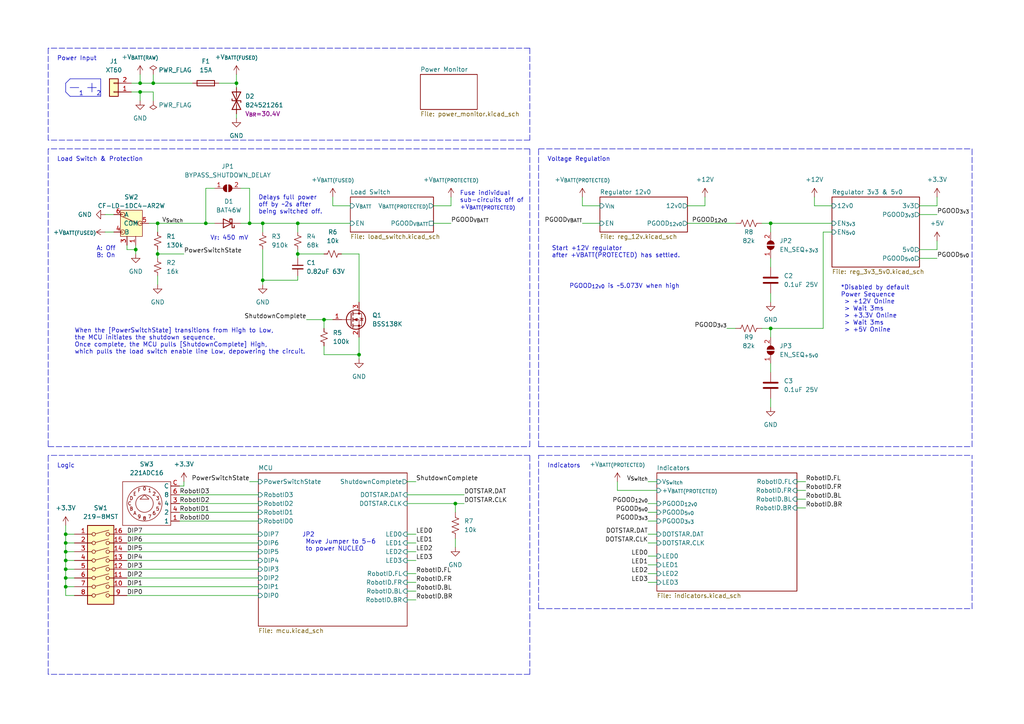
<source format=kicad_sch>
(kicad_sch (version 20211123) (generator eeschema)
  (paper "A4")
  (title_block (title "Bodge Control") (date "2022-12-07") (rev "1.0.0") (company "The A-Team (RC SSL)") (comment 1 "W. Stuckey & R. Osawa"))
  (lib_symbols
    (symbol "AT-Supplies:+V_{BATT(FUSED)}" (power) (pin_names (offset 0)) (in_bom no) (on_board no)
      (property "Value" "+V_{BATT(FUSED)}" (at 0 5.08 0))
      (symbol "+V_{BATT(FUSED)}_0_1"
        (polyline (pts (xy -0.76 1.27) (xy 0.002 2.54)))
        (polyline (pts (xy 0.002 0) (xy 0.002 2.54)))
        (polyline (pts (xy 0.002 2.54) (xy 0.764 1.27)))
      )
      (symbol "+V_{BATT(FUSED)}_1_1"
        (pin power_in line (at 0 0 90) (length 0) hide (name "+V_{BATT(FUSED)}") (number "1"))
      )
    )
    (symbol "AT-Supplies:+V_{BATT(PROTECTED)}" (power) (pin_names (offset 0)) (in_bom no) (on_board no)
      (property "Value" "+V_{BATT(PROTECTED)}" (at 0 5.08 0))
      (symbol "+V_{BATT(PROTECTED)}_0_1"
        (polyline (pts (xy -0.76 1.27) (xy 0.002 2.54)))
        (polyline (pts (xy 0.002 0) (xy 0.002 2.54)))
        (polyline (pts (xy 0.002 2.54) (xy 0.764 1.27)))
      )
      (symbol "+V_{BATT(PROTECTED)}_1_1"
        (pin power_in line (at 0 0 90) (length 0) hide (name "+V_{BATT(PROTECTED)}") (number "1"))
      )
    )
    (symbol "AT-Supplies:+V_{BATT(RAW)}" (power) (pin_names (offset 0)) (in_bom no) (on_board no)
      (property "Value" "+V_{BATT(RAW)}" (at 0 5.08 0))
      (symbol "+V_{BATT(RAW)}_0_1"
        (polyline (pts (xy -0.76 1.27) (xy 0.002 2.54)))
        (polyline (pts (xy 0.002 0) (xy 0.002 2.54)))
        (polyline (pts (xy 0.002 2.54) (xy 0.764 1.27)))
      )
      (symbol "+V_{BATT(RAW)}_1_1"
        (pin power_in line (at 0 0 90) (length 0) hide (name "+V_{BATT(RAW)}") (number "1"))
      )
    )
    (symbol "AT-Switches:221ADC16"
      (property "Reference" "SW" (at 0 10.16 0))
      (property "Value" "221ADC16" (at 0 7.62 0))
      (symbol "221ADC16_0_0"
        (polyline (pts (xy -1.27 1.27) (xy 1.27 1.27) (xy 0 2.54) (xy -1.27 1.27)))
        (circle (center 0 0) (radius 2.54))
        (text "0" (at 0 4.318 0) (effects (font (size 1 1))))
        (text "1" (at 1.524 3.81 0) (effects (font (size 1 1))))
        (text "2" (at 2.794 2.794 0) (effects (font (size 1 1))))
        (text "3" (at 3.81 1.524 0) (effects (font (size 1 1))))
        (text "4" (at 4.318 0 0) (effects (font (size 1 1))))
        (text "5" (at 3.81 -1.524 0) (effects (font (size 1 1))))
        (text "6" (at 2.794 -2.794 0) (effects (font (size 1 1))))
        (text "7" (at 1.524 -3.81 0) (effects (font (size 1 1))))
        (text "8" (at 0 -4.318 0) (effects (font (size 1 1))))
        (text "9" (at -1.524 -3.81 0) (effects (font (size 1 1))))
        (text "A" (at -2.794 -2.794 0) (effects (font (size 1 1))))
        (text "B" (at -3.81 -1.524 0) (effects (font (size 1 1))))
        (text "C" (at -4.318 0 0) (effects (font (size 1 1))))
        (text "D" (at -3.81 1.524 0) (effects (font (size 1 1))))
        (text "E" (at -2.794 2.794 0) (effects (font (size 1 1))))
        (text "F" (at -1.524 3.81 0) (effects (font (size 1 1))))
      )
      (symbol "221ADC16_0_1"
        (rectangle (start -6.35 6.35) (end 7.62 -6.35))
        (circle (center 0 0) (radius 5.08))
      )
      (symbol "221ADC16_1_1"
        (pin passive line (at 10.16 -5.08 180) (length 2.54) (name "1") (number "1"))
        (pin passive line (at 10.16 0 180) (length 2.54) (name "4") (number "3"))
        (pin passive line (at 10.16 -2.54 180) (length 2.54) (name "2") (number "4"))
        (pin passive line (at 10.16 2.54 180) (length 2.54) (name "8") (number "6"))
        (pin passive line (at 10.16 5.08 180) (length 2.54) (name "C") (number "C"))
      )
    )
    (symbol "AT-Switches:SPDT_CF-LD"
      (property "Reference" "SW" (at 0 5.08 0))
      (property "Value" "SPDT_CF-LD" (at 7.62 -5.08 0))
      (symbol "SPDT_CF-LD_0_1"
        (rectangle (start -3.175 3.81) (end 3.175 -3.81) (stroke (width 0.1524)) (fill (type background)))
        (circle (center -2.54 0) (radius 0.635) (stroke (width 0.1524)))
        (polyline (pts (xy -1.905 0) (xy 2.54 1.905)))
        (circle (center 2.54 -2.54) (radius 0.635) (stroke (width 0.1524)))
        (circle (center 2.54 2.54) (radius 0.635) (stroke (width 0.1524)))
      )
      (symbol "SPDT_CF-LD_1_1"
        (pin passive line (at -1.27 -6.35 90) (length 2.54) (name "") (number "1"))
        (pin passive line (at 1.27 -6.35 90) (length 2.54) (name "") (number "3"))
        (pin passive line (at 5.08 -2.54 180) (length 2.54) (name "B") (number "4"))
        (pin passive line (at -5.08 0 0) (length 2.54) (name "COM") (number "5"))
        (pin passive line (at 5.08 2.54 180) (length 2.54) (name "A") (number "6"))
      )
    )
    (symbol "Connector_Generic:Conn_01x02" (pin_names (offset 1.016) hide)
      (property "Reference" "J" (at 0 2.54 0))
      (property "Value" "Conn_01x02" (at 0 -5.08 0))
      (symbol "Conn_01x02_1_1"
        (rectangle (start -1.27 -2.413) (end 0 -2.667) (stroke (width 0.1524)))
        (rectangle (start -1.27 0.127) (end 0 -0.127) (stroke (width 0.1524)))
        (rectangle (start -1.27 1.27) (end 1.27 -3.81) (stroke (width 0.254)) (fill (type background)))
        (pin passive line (at -5.08 0 0) (length 3.81) (name "Pin_1") (number "1"))
        (pin passive line (at -5.08 -2.54 0) (length 3.81) (name "Pin_2") (number "2"))
      )
    )
    (symbol "Device:C" (pin_numbers hide) (pin_names (offset 0.254))
      (property "Reference" "C" (at 0.635 2.54 0))
      (property "Value" "C" (at 0.635 -2.54 0))
      (symbol "C_0_1"
        (polyline (pts (xy -2.032 -0.762) (xy 2.032 -0.762)) (stroke (width 0.508)))
        (polyline (pts (xy -2.032 0.762) (xy 2.032 0.762)) (stroke (width 0.508)))
      )
      (symbol "C_1_1"
        (pin passive line (at 0 3.81 270) (length 2.794) (name "~") (number "1"))
        (pin passive line (at 0 -3.81 90) (length 2.794) (name "~") (number "2"))
      )
    )
    (symbol "Device:C_Small" (pin_numbers hide) (pin_names (offset 0.254) hide)
      (property "Reference" "C" (at 0.254 1.778 0))
      (property "Value" "C_Small" (at 0.254 -2.032 0))
      (symbol "C_Small_0_1"
        (polyline (pts (xy -1.524 -0.508) (xy 1.524 -0.508)) (stroke (width 0.3302)))
        (polyline (pts (xy -1.524 0.508) (xy 1.524 0.508)) (stroke (width 0.3048)))
      )
      (symbol "C_Small_1_1"
        (pin passive line (at 0 2.54 270) (length 2.032) (name "~") (number "1"))
        (pin passive line (at 0 -2.54 90) (length 2.032) (name "~") (number "2"))
      )
    )
    (symbol "Device:D_Schottky" (pin_numbers hide) (pin_names (offset 1.016) hide)
      (property "Reference" "D" (at 0 2.54 0))
      (property "Value" "D_Schottky" (at 0 -2.54 0))
      (symbol "D_Schottky_0_1"
        (polyline (pts (xy 1.27 0) (xy -1.27 0)))
        (polyline (pts (xy 1.27 1.27) (xy 1.27 -1.27) (xy -1.27 0) (xy 1.27 1.27)) (stroke (width 0.254)))
        (polyline (pts (xy -1.905 0.635) (xy -1.905 1.27) (xy -1.27 1.27) (xy -1.27 -1.27) (xy -0.635 -1.27) (xy -0.635 -0.635)) (stroke (width 0.254)))
      )
      (symbol "D_Schottky_1_1"
        (pin passive line (at -3.81 0 0) (length 2.54) (name "K") (number "1"))
        (pin passive line (at 3.81 0 180) (length 2.54) (name "A") (number "2"))
      )
    )
    (symbol "Device:D_TVS" (pin_numbers hide) (pin_names (offset 1.016) hide)
      (property "Reference" "D" (at 0 2.54 0))
      (property "Value" "D_TVS" (at 0 -2.54 0))
      (symbol "D_TVS_0_1"
        (polyline (pts (xy 1.27 0) (xy -1.27 0)))
        (polyline (pts (xy 0.508 1.27) (xy 0 1.27) (xy 0 -1.27) (xy -0.508 -1.27)) (stroke (width 0.254)))
        (polyline (pts (xy -2.54 1.27) (xy -2.54 -1.27) (xy 2.54 1.27) (xy 2.54 -1.27) (xy -2.54 1.27)) (stroke (width 0.254)))
      )
      (symbol "D_TVS_1_1"
        (pin passive line (at -3.81 0 0) (length 2.54) (name "A1") (number "1"))
        (pin passive line (at 3.81 0 180) (length 2.54) (name "A2") (number "2"))
      )
    )
    (symbol "Device:Fuse" (pin_numbers hide) (pin_names (offset 0))
      (property "Reference" "F" (at 2.032 0 90))
      (property "Value" "Fuse" (at -1.905 0 90))
      (symbol "Fuse_0_1"
        (rectangle (start -0.762 -2.54) (end 0.762 2.54) (stroke (width 0.254)))
        (polyline (pts (xy 0 2.54) (xy 0 -2.54)))
      )
      (symbol "Fuse_1_1"
        (pin passive line (at 0 3.81 270) (length 1.27) (name "~") (number "1"))
        (pin passive line (at 0 -3.81 90) (length 1.27) (name "~") (number "2"))
      )
    )
    (symbol "Device:Q_NMOS_GSD" (pin_names (offset 0) hide)
      (property "Reference" "Q" (at 5.08 1.27 0))
      (property "Value" "Q_NMOS_GSD" (at 5.08 -1.27 0))
      (symbol "Q_NMOS_GSD_0_1"
        (polyline (pts (xy 0.254 0) (xy -2.54 0)))
        (polyline (pts (xy 0.254 1.905) (xy 0.254 -1.905)) (stroke (width 0.254)))
        (polyline (pts (xy 0.762 -1.27) (xy 0.762 -2.286)) (stroke (width 0.254)))
        (polyline (pts (xy 0.762 0.508) (xy 0.762 -0.508)) (stroke (width 0.254)))
        (polyline (pts (xy 0.762 2.286) (xy 0.762 1.27)) (stroke (width 0.254)))
        (polyline (pts (xy 2.54 2.54) (xy 2.54 1.778)))
        (polyline (pts (xy 2.54 -2.54) (xy 2.54 0) (xy 0.762 0)))
        (polyline (pts (xy 0.762 -1.778) (xy 3.302 -1.778) (xy 3.302 1.778) (xy 0.762 1.778)))
        (polyline (pts (xy 1.016 0) (xy 2.032 0.381) (xy 2.032 -0.381) (xy 1.016 0)) (fill (type outline)))
        (polyline (pts (xy 2.794 0.508) (xy 2.921 0.381) (xy 3.683 0.381) (xy 3.81 0.254)))
        (polyline (pts (xy 3.302 0.381) (xy 2.921 -0.254) (xy 3.683 -0.254) (xy 3.302 0.381)))
        (circle (center 1.651 0) (radius 2.794) (stroke (width 0.254)))
        (circle (center 2.54 -1.778) (radius 0.254) (fill (type outline)))
        (circle (center 2.54 1.778) (radius 0.254) (fill (type outline)))
      )
      (symbol "Q_NMOS_GSD_1_1"
        (pin input line (at -5.08 0 0) (length 2.54) (name "G") (number "1"))
        (pin passive line (at 2.54 -5.08 90) (length 2.54) (name "S") (number "2"))
        (pin passive line (at 2.54 5.08 270) (length 2.54) (name "D") (number "3"))
      )
    )
    (symbol "Device:R_Small_US" (pin_numbers hide) (pin_names (offset 0.254) hide)
      (property "Reference" "R" (at 0.762 0.508 0))
      (property "Value" "R_Small_US" (at 0.762 -1.016 0))
      (symbol "R_Small_US_1_1"
        (polyline (pts (xy 0 0) (xy 1.016 -0.381) (xy 0 -0.762) (xy -1.016 -1.143) (xy 0 -1.524)))
        (polyline (pts (xy 0 1.524) (xy 1.016 1.143) (xy 0 0.762) (xy -1.016 0.381) (xy 0 0)))
        (pin passive line (at 0 2.54 270) (length 1.016) (name "~") (number "1"))
        (pin passive line (at 0 -2.54 90) (length 1.016) (name "~") (number "2"))
      )
    )
    (symbol "Device:R_US" (pin_numbers hide) (pin_names (offset 0))
      (property "Reference" "R" (at 2.54 0 90))
      (property "Value" "R_US" (at -2.54 0 90))
      (symbol "R_US_0_1"
        (polyline (pts (xy 0 -2.286) (xy 0 -2.54)))
        (polyline (pts (xy 0 2.286) (xy 0 2.54)))
        (polyline (pts (xy 0 -0.762) (xy 1.016 -1.143) (xy 0 -1.524) (xy -1.016 -1.905) (xy 0 -2.286)))
        (polyline (pts (xy 0 0.762) (xy 1.016 0.381) (xy 0 0) (xy -1.016 -0.381) (xy 0 -0.762)))
        (polyline (pts (xy 0 2.286) (xy 1.016 1.905) (xy 0 1.524) (xy -1.016 1.143) (xy 0 0.762)))
      )
      (symbol "R_US_1_1"
        (pin passive line (at 0 3.81 270) (length 1.27) (name "~") (number "1"))
        (pin passive line (at 0 -3.81 90) (length 1.27) (name "~") (number "2"))
      )
    )
    (symbol "Jumper:SolderJumper_2_Open" (pin_names (offset 0) hide)
      (property "Reference" "JP" (at 0 2.032 0))
      (property "Value" "SolderJumper_2_Open" (at 0 -2.54 0))
      (symbol "SolderJumper_2_Open_0_1"
        (arc (start -0.254 1.016) (mid -1.27 0) (end -0.254 -1.016))
        (arc (start -0.254 1.016) (mid -1.27 0) (end -0.254 -1.016) (fill (type outline)))
        (polyline (pts (xy -0.254 1.016) (xy -0.254 -1.016)))
        (polyline (pts (xy 0.254 1.016) (xy 0.254 -1.016)))
        (arc (start 0.254 -1.016) (mid 1.27 0) (end 0.254 1.016))
        (arc (start 0.254 -1.016) (mid 1.27 0) (end 0.254 1.016) (fill (type outline)))
      )
      (symbol "SolderJumper_2_Open_1_1"
        (pin passive line (at -3.81 0 0) (length 2.54) (name "A") (number "1"))
        (pin passive line (at 3.81 0 180) (length 2.54) (name "B") (number "2"))
      )
    )
    (symbol "Switch:SW_DIP_x08" (pin_names (offset 0) hide)
      (property "Reference" "SW" (at 0 13.97 0))
      (property "Value" "SW_DIP_x08" (at 0 -11.43 0))
      (symbol "SW_DIP_x08_0_0"
        (circle (center -2.032 -7.62) (radius 0.508))
        (circle (center -2.032 -5.08) (radius 0.508))
        (circle (center -2.032 -2.54) (radius 0.508))
        (circle (center -2.032 0) (radius 0.508))
        (circle (center -2.032 2.54) (radius 0.508))
        (circle (center -2.032 5.08) (radius 0.508))
        (circle (center -2.032 7.62) (radius 0.508))
        (circle (center -2.032 10.16) (radius 0.508))
        (polyline (pts (xy -1.524 -7.4676) (xy 2.3622 -6.4262)))
        (polyline (pts (xy -1.524 -4.9276) (xy 2.3622 -3.8862)))
        (polyline (pts (xy -1.524 -2.3876) (xy 2.3622 -1.3462)))
        (polyline (pts (xy -1.524 0.127) (xy 2.3622 1.1684)))
        (polyline (pts (xy -1.524 2.667) (xy 2.3622 3.7084)))
        (polyline (pts (xy -1.524 5.207) (xy 2.3622 6.2484)))
        (polyline (pts (xy -1.524 7.747) (xy 2.3622 8.7884)))
        (polyline (pts (xy -1.524 10.287) (xy 2.3622 11.3284)))
        (circle (center 2.032 -7.62) (radius 0.508))
        (circle (center 2.032 -5.08) (radius 0.508))
        (circle (center 2.032 -2.54) (radius 0.508))
        (circle (center 2.032 0) (radius 0.508))
        (circle (center 2.032 2.54) (radius 0.508))
        (circle (center 2.032 5.08) (radius 0.508))
        (circle (center 2.032 7.62) (radius 0.508))
        (circle (center 2.032 10.16) (radius 0.508))
      )
      (symbol "SW_DIP_x08_0_1"
        (rectangle (start -3.81 12.7) (end 3.81 -10.16) (stroke (width 0.254)) (fill (type background)))
      )
      (symbol "SW_DIP_x08_1_1"
        (pin passive line (at -7.62 10.16 0) (length 5.08) (name "~") (number "1"))
        (pin passive line (at 7.62 -5.08 180) (length 5.08) (name "~") (number "10"))
        (pin passive line (at 7.62 -2.54 180) (length 5.08) (name "~") (number "11"))
        (pin passive line (at 7.62 0 180) (length 5.08) (name "~") (number "12"))
        (pin passive line (at 7.62 2.54 180) (length 5.08) (name "~") (number "13"))
        (pin passive line (at 7.62 5.08 180) (length 5.08) (name "~") (number "14"))
        (pin passive line (at 7.62 7.62 180) (length 5.08) (name "~") (number "15"))
        (pin passive line (at 7.62 10.16 180) (length 5.08) (name "~") (number "16"))
        (pin passive line (at -7.62 7.62 0) (length 5.08) (name "~") (number "2"))
        (pin passive line (at -7.62 5.08 0) (length 5.08) (name "~") (number "3"))
        (pin passive line (at -7.62 2.54 0) (length 5.08) (name "~") (number "4"))
        (pin passive line (at -7.62 0 0) (length 5.08) (name "~") (number "5"))
        (pin passive line (at -7.62 -2.54 0) (length 5.08) (name "~") (number "6"))
        (pin passive line (at -7.62 -5.08 0) (length 5.08) (name "~") (number "7"))
        (pin passive line (at -7.62 -7.62 0) (length 5.08) (name "~") (number "8"))
        (pin passive line (at 7.62 -7.62 180) (length 5.08) (name "~") (number "9"))
      )
    )
    (symbol "power:+12V" (power) (pin_names (offset 0))
      (property "Value" "+12V" (at 0 3.556 0))
      (symbol "+12V_0_1"
        (polyline (pts (xy -0.762 1.27) (xy 0 2.54)))
        (polyline (pts (xy 0 0) (xy 0 2.54)))
        (polyline (pts (xy 0 2.54) (xy 0.762 1.27)))
      )
      (symbol "+12V_1_1"
        (pin power_in line (at 0 0 90) (length 0) hide (name "+12V") (number "1"))
      )
    )
    (symbol "power:+3.3V" (power) (pin_names (offset 0))
      (property "Value" "+3.3V" (at 0 3.556 0))
      (symbol "+3.3V_0_1"
        (polyline (pts (xy -0.762 1.27) (xy 0 2.54)))
        (polyline (pts (xy 0 0) (xy 0 2.54)))
        (polyline (pts (xy 0 2.54) (xy 0.762 1.27)))
      )
      (symbol "+3.3V_1_1"
        (pin power_in line (at 0 0 90) (length 0) hide (name "+3.3V") (number "1"))
      )
    )
    (symbol "power:+5V" (power) (pin_names (offset 0))
      (property "Value" "+5V" (at 0 3.556 0))
      (symbol "+5V_0_1"
        (polyline (pts (xy -0.762 1.27) (xy 0 2.54)))
        (polyline (pts (xy 0 0) (xy 0 2.54)))
        (polyline (pts (xy 0 2.54) (xy 0.762 1.27)))
      )
      (symbol "+5V_1_1"
        (pin power_in line (at 0 0 90) (length 0) hide (name "+5V") (number "1"))
      )
    )
    (symbol "power:GND" (power) (pin_names (offset 0))
      (property "Value" "GND" (at 0 -3.81 0))
      (symbol "GND_0_1"
        (polyline (pts (xy 0 0) (xy 0 -1.27) (xy 1.27 -1.27) (xy 0 -2.54) (xy -1.27 -1.27) (xy 0 -1.27)))
      )
      (symbol "GND_1_1"
        (pin power_in line (at 0 0 270) (length 0) hide (name "GND") (number "1"))
      )
    )
    (symbol "power:PWR_FLAG" (power) (pin_numbers hide) (pin_names (offset 0) hide)
      (property "Value" "PWR_FLAG" (at 0 3.81 0))
      (symbol "PWR_FLAG_0_0"
        (pin power_out line (at 0 0 90) (length 0) (name "pwr") (number "1"))
      )
      (symbol "PWR_FLAG_0_1"
        (polyline (pts (xy 0 0) (xy 0 1.27) (xy -1.016 1.905) (xy 0 2.54) (xy 1.016 1.905) (xy 0 1.27)))
      )
    )
  )
  (junction (at 19.05 165.1))
  (junction (at 40.64 24.13))
  (junction (at 45.72 73.66))
  (junction (at 72.39 64.77))
  (junction (at 68.58 24.13))
  (junction (at 39.37 72.39))
  (junction (at 19.05 167.64))
  (junction (at 76.2 64.77))
  (junction (at 40.64 26.67))
  (junction (at 19.05 170.18))
  (junction (at 76.2 81.28))
  (junction (at 44.45 24.13))
  (junction (at 19.05 157.48))
  (junction (at 104.14 102.87))
  (junction (at 59.69 64.77))
  (junction (at 93.98 92.71))
  (junction (at 132.08 146.05))
  (junction (at 223.52 95.25))
  (junction (at 86.36 73.66))
  (junction (at 45.72 64.77))
  (junction (at 223.52 64.77))
  (junction (at 19.05 162.56))
  (junction (at 19.05 154.94))
  (junction (at 86.36 64.77))
  (junction (at 19.05 160.02))
  (wire (pts (xy 231.14 144.78) (xy 233.68 144.78)))
  (wire (pts (xy 55.88 24.13) (xy 44.45 24.13)))
  (wire (pts (xy 236.22 59.69) (xy 241.3 59.69)))
  (wire (pts (xy 125.73 59.69) (xy 130.81 59.69)))
  (wire (pts (xy 199.39 64.77) (xy 213.36 64.77)))
  (polyline (pts (xy 281.94 176.53) (xy 281.94 132.08)) (stroke (width 0) (type dash)))
  (wire (pts (xy 118.11 166.37) (xy 120.65 166.37)))
  (polyline (pts (xy 153.67 13.97) (xy 153.67 40.64)) (stroke (width 0) (type dash)))
  (wire (pts (xy 118.11 162.56) (xy 120.65 162.56)))
  (wire (pts (xy 53.34 139.7) (xy 53.34 140.97)))
  (wire (pts (xy 220.98 95.25) (xy 223.52 95.25)))
  (wire (pts (xy 104.14 102.87) (xy 104.14 104.14)))
  (wire (pts (xy 223.52 64.77) (xy 223.52 67.31)))
  (polyline (pts (xy 29.21 22.86) (xy 20.32 22.86)) (stroke (width 0) (type solid)))
  (wire (pts (xy 45.72 73.66) (xy 45.72 74.93)))
  (polyline (pts (xy 153.67 43.18) (xy 13.97 43.18)) (stroke (width 0) (type dash)))
  (wire (pts (xy 36.83 157.48) (xy 74.93 157.48)))
  (wire (pts (xy 266.7 62.23) (xy 271.78 62.23)))
  (wire (pts (xy 190.5 161.29) (xy 187.96 161.29)))
  (wire (pts (xy 190.5 157.48) (xy 187.96 157.48)))
  (wire (pts (xy 43.18 64.77) (xy 45.72 64.77)))
  (wire (pts (xy 19.05 172.72) (xy 21.59 172.72)))
  (polyline (pts (xy 19.05 26.67) (xy 20.32 27.94)) (stroke (width 0) (type solid)))
  (wire (pts (xy 40.64 21.59) (xy 40.64 24.13)))
  (polyline (pts (xy 156.21 129.54) (xy 156.21 43.18)) (stroke (width 0) (type dash)))
  (wire (pts (xy 223.52 64.77) (xy 241.3 64.77)))
  (wire (pts (xy 199.39 59.69) (xy 204.47 59.69)))
  (wire (pts (xy 104.14 73.66) (xy 104.14 87.63)))
  (wire (pts (xy 36.83 170.18) (xy 74.93 170.18)))
  (wire (pts (xy 86.36 73.66) (xy 86.36 74.93)))
  (polyline (pts (xy 153.67 13.97) (xy 13.97 13.97)) (stroke (width 0) (type dash)))
  (wire (pts (xy 187.96 146.05) (xy 190.5 146.05)))
  (wire (pts (xy 210.82 95.25) (xy 213.36 95.25)))
  (wire (pts (xy 118.11 173.99) (xy 120.65 173.99)))
  (wire (pts (xy 68.58 21.59) (xy 68.58 24.13)))
  (wire (pts (xy 19.05 154.94) (xy 21.59 154.94)))
  (wire (pts (xy 30.48 67.31) (xy 33.02 67.31)))
  (polyline (pts (xy 156.21 43.18) (xy 281.94 43.18)) (stroke (width 0) (type dash)))
  (wire (pts (xy 266.7 74.93) (xy 271.78 74.93)))
  (polyline (pts (xy 13.97 13.97) (xy 13.97 40.64)) (stroke (width 0) (type dash)))
  (polyline (pts (xy 156.21 129.54) (xy 281.94 129.54)) (stroke (width 0) (type dash)))
  (wire (pts (xy 38.1 24.13) (xy 40.64 24.13)))
  (wire (pts (xy 52.07 146.05) (xy 74.93 146.05)))
  (wire (pts (xy 86.36 72.39) (xy 86.36 73.66)))
  (wire (pts (xy 104.14 97.79) (xy 104.14 102.87)))
  (wire (pts (xy 231.14 139.7) (xy 233.68 139.7)))
  (wire (pts (xy 266.7 59.69) (xy 271.78 59.69)))
  (wire (pts (xy 19.05 160.02) (xy 21.59 160.02)))
  (wire (pts (xy 93.98 100.33) (xy 93.98 102.87)))
  (wire (pts (xy 86.36 73.66) (xy 93.98 73.66)))
  (wire (pts (xy 187.96 151.13) (xy 190.5 151.13)))
  (wire (pts (xy 204.47 57.15) (xy 204.47 59.69)))
  (wire (pts (xy 36.83 160.02) (xy 74.93 160.02)))
  (wire (pts (xy 44.45 29.21) (xy 44.45 26.67)))
  (wire (pts (xy 69.85 64.77) (xy 72.39 64.77)))
  (wire (pts (xy 45.72 80.01) (xy 45.72 82.55)))
  (wire (pts (xy 36.83 167.64) (xy 74.93 167.64)))
  (wire (pts (xy 44.45 21.59) (xy 44.45 24.13)))
  (wire (pts (xy 231.14 142.24) (xy 233.68 142.24)))
  (wire (pts (xy 36.83 162.56) (xy 74.93 162.56)))
  (wire (pts (xy 36.83 172.72) (xy 74.93 172.72)))
  (wire (pts (xy 30.48 62.23) (xy 33.02 62.23)))
  (polyline (pts (xy 153.67 40.64) (xy 13.97 40.64)) (stroke (width 0) (type dash)))
  (wire (pts (xy 19.05 160.02) (xy 19.05 162.56)))
  (wire (pts (xy 38.1 26.67) (xy 40.64 26.67)))
  (wire (pts (xy 76.2 81.28) (xy 86.36 81.28)))
  (polyline (pts (xy 13.97 195.58) (xy 13.97 132.08)) (stroke (width 0) (type dash)))
  (wire (pts (xy 40.64 26.67) (xy 40.64 29.21)))
  (wire (pts (xy 62.23 54.61) (xy 59.69 54.61)))
  (wire (pts (xy 168.91 64.77) (xy 173.99 64.77)))
  (wire (pts (xy 69.85 54.61) (xy 72.39 54.61)))
  (wire (pts (xy 190.5 142.24) (xy 179.07 142.24)))
  (wire (pts (xy 223.52 74.93) (xy 223.52 77.47)))
  (wire (pts (xy 223.52 85.09) (xy 223.52 87.63)))
  (polyline (pts (xy 13.97 129.54) (xy 153.67 129.54)) (stroke (width 0) (type dash)))
  (wire (pts (xy 63.5 24.13) (xy 68.58 24.13)))
  (polyline (pts (xy 156.21 176.53) (xy 156.21 132.08)) (stroke (width 0) (type dash)))
  (wire (pts (xy 118.11 154.94) (xy 120.65 154.94)))
  (wire (pts (xy 39.37 71.12) (xy 39.37 72.39)))
  (polyline (pts (xy 22.86 25.4) (xy 20.32 25.4)) (stroke (width 0) (type solid)))
  (wire (pts (xy 223.52 95.25) (xy 223.52 97.79)))
  (wire (pts (xy 130.81 57.15) (xy 130.81 59.69)))
  (wire (pts (xy 40.64 24.13) (xy 44.45 24.13)))
  (wire (pts (xy 96.52 57.15) (xy 96.52 59.69)))
  (wire (pts (xy 99.06 73.66) (xy 104.14 73.66)))
  (wire (pts (xy 238.76 67.31) (xy 238.76 95.25)))
  (wire (pts (xy 271.78 72.39) (xy 271.78 69.85)))
  (wire (pts (xy 93.98 92.71) (xy 96.52 92.71)))
  (wire (pts (xy 118.11 160.02) (xy 120.65 160.02)))
  (polyline (pts (xy 26.67 24.13) (xy 26.67 26.67)) (stroke (width 0) (type solid)))
  (wire (pts (xy 59.69 64.77) (xy 62.23 64.77)))
  (wire (pts (xy 168.91 59.69) (xy 173.99 59.69)))
  (polyline (pts (xy 153.67 195.58) (xy 13.97 195.58)) (stroke (width 0) (type dash)))
  (polyline (pts (xy 153.67 195.58) (xy 153.67 132.08)) (stroke (width 0) (type dash)))
  (wire (pts (xy 36.83 154.94) (xy 74.93 154.94)))
  (polyline (pts (xy 29.21 27.94) (xy 20.32 27.94)) (stroke (width 0) (type solid)))
  (polyline (pts (xy 20.32 22.86) (xy 19.05 24.13)) (stroke (width 0) (type solid)))
  (wire (pts (xy 132.08 146.05) (xy 134.62 146.05)))
  (wire (pts (xy 19.05 162.56) (xy 21.59 162.56)))
  (wire (pts (xy 118.11 139.7) (xy 120.65 139.7)))
  (wire (pts (xy 36.83 72.39) (xy 39.37 72.39)))
  (polyline (pts (xy 281.94 129.54) (xy 281.94 43.18)) (stroke (width 0) (type dash)))
  (wire (pts (xy 19.05 170.18) (xy 21.59 170.18)))
  (wire (pts (xy 40.64 26.67) (xy 44.45 26.67)))
  (wire (pts (xy 52.07 143.51) (xy 74.93 143.51)))
  (wire (pts (xy 45.72 73.66) (xy 53.34 73.66)))
  (wire (pts (xy 19.05 167.64) (xy 19.05 170.18)))
  (wire (pts (xy 39.37 72.39) (xy 39.37 73.66)))
  (wire (pts (xy 19.05 157.48) (xy 19.05 160.02)))
  (polyline (pts (xy 13.97 43.18) (xy 13.97 129.54)) (stroke (width 0) (type dash)))
  (wire (pts (xy 68.58 33.02) (xy 68.58 34.29)))
  (wire (pts (xy 190.5 166.37) (xy 187.96 166.37)))
  (wire (pts (xy 19.05 152.4) (xy 19.05 154.94)))
  (wire (pts (xy 19.05 154.94) (xy 19.05 157.48)))
  (wire (pts (xy 118.11 168.91) (xy 120.65 168.91)))
  (wire (pts (xy 223.52 115.57) (xy 223.52 118.11)))
  (wire (pts (xy 59.69 54.61) (xy 59.69 64.77)))
  (wire (pts (xy 187.96 139.7) (xy 190.5 139.7)))
  (wire (pts (xy 76.2 64.77) (xy 86.36 64.77)))
  (wire (pts (xy 72.39 139.7) (xy 74.93 139.7)))
  (wire (pts (xy 190.5 163.83) (xy 187.96 163.83)))
  (wire (pts (xy 236.22 57.15) (xy 236.22 59.69)))
  (wire (pts (xy 52.07 148.59) (xy 74.93 148.59)))
  (wire (pts (xy 19.05 162.56) (xy 19.05 165.1)))
  (wire (pts (xy 220.98 64.77) (xy 223.52 64.77)))
  (wire (pts (xy 271.78 59.69) (xy 271.78 57.15)))
  (polyline (pts (xy 29.21 22.86) (xy 29.21 27.94)) (stroke (width 0) (type solid)))
  (wire (pts (xy 86.36 64.77) (xy 86.36 67.31)))
  (wire (pts (xy 168.91 57.15) (xy 168.91 59.69)))
  (wire (pts (xy 132.08 156.21) (xy 132.08 158.75)))
  (wire (pts (xy 118.11 146.05) (xy 132.08 146.05)))
  (wire (pts (xy 36.83 165.1) (xy 74.93 165.1)))
  (wire (pts (xy 118.11 157.48) (xy 120.65 157.48)))
  (polyline (pts (xy 153.67 132.08) (xy 13.97 132.08)) (stroke (width 0) (type dash)))
  (wire (pts (xy 76.2 81.28) (xy 76.2 82.55)))
  (wire (pts (xy 231.14 147.32) (xy 233.68 147.32)))
  (wire (pts (xy 96.52 59.69) (xy 101.6 59.69)))
  (wire (pts (xy 179.07 142.24) (xy 179.07 139.7)))
  (wire (pts (xy 86.36 80.01) (xy 86.36 81.28)))
  (polyline (pts (xy 156.21 176.53) (xy 281.94 176.53)) (stroke (width 0) (type dash)))
  (wire (pts (xy 76.2 72.39) (xy 76.2 81.28)))
  (wire (pts (xy 241.3 67.31) (xy 238.76 67.31)))
  (wire (pts (xy 118.11 143.51) (xy 134.62 143.51)))
  (wire (pts (xy 72.39 64.77) (xy 76.2 64.77)))
  (wire (pts (xy 187.96 148.59) (xy 190.5 148.59)))
  (wire (pts (xy 72.39 54.61) (xy 72.39 64.77)))
  (polyline (pts (xy 27.94 25.4) (xy 25.4 25.4)) (stroke (width 0) (type solid)))
  (wire (pts (xy 93.98 92.71) (xy 93.98 95.25)))
  (wire (pts (xy 86.36 64.77) (xy 101.6 64.77)))
  (wire (pts (xy 45.72 72.39) (xy 45.72 73.66)))
  (wire (pts (xy 223.52 95.25) (xy 238.76 95.25)))
  (wire (pts (xy 19.05 165.1) (xy 21.59 165.1)))
  (wire (pts (xy 125.73 64.77) (xy 130.81 64.77)))
  (wire (pts (xy 132.08 146.05) (xy 132.08 148.59)))
  (wire (pts (xy 190.5 154.94) (xy 187.96 154.94)))
  (wire (pts (xy 52.07 140.97) (xy 53.34 140.97)))
  (polyline (pts (xy 153.67 129.54) (xy 153.67 43.18)) (stroke (width 0) (type dash)))
  (wire (pts (xy 45.72 64.77) (xy 59.69 64.77)))
  (wire (pts (xy 19.05 167.64) (xy 21.59 167.64)))
  (wire (pts (xy 118.11 171.45) (xy 120.65 171.45)))
  (wire (pts (xy 76.2 64.77) (xy 76.2 67.31)))
  (wire (pts (xy 19.05 170.18) (xy 19.05 172.72)))
  (wire (pts (xy 223.52 105.41) (xy 223.52 107.95)))
  (wire (pts (xy 52.07 151.13) (xy 74.93 151.13)))
  (polyline (pts (xy 19.05 24.13) (xy 19.05 26.67)) (stroke (width 0) (type solid)))
  (wire (pts (xy 19.05 165.1) (xy 19.05 167.64)))
  (wire (pts (xy 190.5 168.91) (xy 187.96 168.91)))
  (wire (pts (xy 88.9 92.71) (xy 93.98 92.71)))
  (wire (pts (xy 266.7 72.39) (xy 271.78 72.39)))
  (wire (pts (xy 19.05 157.48) (xy 21.59 157.48)))
  (polyline (pts (xy 156.21 132.08) (xy 281.94 132.08)) (stroke (width 0) (type dash)))
  (wire (pts (xy 36.83 71.12) (xy 36.83 72.39)))
  (wire (pts (xy 45.72 64.77) (xy 45.72 67.31)))
  (wire (pts (xy 93.98 102.87) (xy 104.14 102.87)))
  (wire (pts (xy 68.58 25.4) (xy 68.58 24.13)))
  (text "V_{F}: 450 mV" (at 60.96 69.85 0) (effects (font (size 1.27 1.27)) (justify left bottom)))
  (text "Fuse individual\nsub-circuits off of\n+V_{BATT(PROTECTED)}" (at 133.35 60.96 0) (effects (font (size 1.27 1.27)) (justify left bottom)))
  (text "Voltage Regulation" (at 158.75 46.99 0) (effects (font (size 1.27 1.27)) (justify left bottom)))
  (text "When the [PowerSwitchState] transitions from High to Low,\nthe MCU initiates the shutdown sequence.\nOnce complete, the MCU pulls [ShutdownComplete] High,\nwhich pulls the load switch enable line Low, depowering the circuit." (at 21.59 102.87 0) (effects (font (size 1.27 1.27)) (justify left bottom)))
  (text "A: Off\nB: On" (at 27.94 74.93 0) (effects (font (size 1.27 1.27)) (justify left bottom)))
  (text "Load Switch & Protection" (at 16.51 46.99 0) (effects (font (size 1.27 1.27)) (justify left bottom)))
  (text "JP2\n Move Jumper to 5-6\n to power NUCLEO" (at 87.63 160.02 0) (effects (font (size 1.27 1.27)) (justify left bottom)))
  (text "Indicators" (at 158.75 135.89 0) (effects (font (size 1.27 1.27)) (justify left bottom)))
  (text "PGOOD_{12v0} is ~5.073V when high" (at 165.1 83.82 0) (effects (font (size 1.27 1.27)) (justify left bottom)))
  (text "2" (at 27.94 27.94 0) (effects (font (size 1.27 1.27)) (justify left bottom)))
  (text "Start +12V regulator\nafter +VBATT(PROTECTED) has settled." (at 160.02 74.93 0) (effects (font (size 1.27 1.27)) (justify left bottom)))
  (text "1" (at 22.86 27.94 0) (effects (font (size 1.27 1.27)) (justify left bottom)))
  (text "Logic" (at 16.51 135.89 0) (effects (font (size 1.27 1.27)) (justify left bottom)))
  (text "*Disabled by default\nPower Sequence\n > +12V Online\n > Wait 3ms\n > +3.3V Online\n > Wait 3ms\n > +5V Online" (at 243.84 96.52 0) (effects (font (size 1.27 1.27)) (justify left bottom)))
  (text "Power Input" (at 16.51 17.78 0) (effects (font (size 1.27 1.27)) (justify left bottom)))
  (text "Delays full power\noff by ~2s after\nbeing switched off." (at 74.93 62.23 0) (effects (font (size 1.27 1.27)) (justify left bottom)))
  (label "RobotID.FL" (at 233.68 139.7 0))
  (label "ShutdownComplete" (at 120.65 139.7 0))
  (label "LED1" (at 187.96 163.83 180))
  (label "RobotID.FR" (at 233.68 142.24 0))
  (label "RobotID3" (at 52.07 143.51 0))
  (label "PowerSwitchState" (at 53.34 73.66 0))
  (label "PGOOD_{VBATT}" (at 130.81 64.77 0))
  (label "RobotID.BL" (at 233.68 144.78 0))
  (label "PGOOD_{3v3}" (at 187.96 151.13 180))
  (label "PGOOD_{12v0}" (at 187.96 146.05 180))
  (label "DIP5" (at 36.83 160.02 0))
  (label "V_{Switch}" (at 46.99 64.77 0))
  (label "DOTSTAR.CLK" (at 134.62 146.05 0))
  (label "DIP3" (at 36.83 165.1 0))
  (label "DIP6" (at 36.83 157.48 0))
  (label "RobotID.BR" (at 120.65 173.99 0))
  (label "DIP1" (at 36.83 170.18 0))
  (label "PGOOD_{5v0}" (at 187.96 148.59 180))
  (label "DIP7" (at 36.83 154.94 0))
  (label "LED2" (at 187.96 166.37 180))
  (label "LED3" (at 120.65 162.56 0))
  (label "LED2" (at 120.65 160.02 0))
  (label "LED0" (at 187.96 161.29 180))
  (label "RobotID2" (at 52.07 146.05 0))
  (label "DIP0" (at 36.83 172.72 0))
  (label "RobotID.FR" (at 120.65 168.91 0))
  (label "DOTSTAR.CLK" (at 187.96 157.48 180))
  (label "RobotID.BL" (at 120.65 171.45 0))
  (label "ShutdownComplete" (at 88.9 92.71 180))
  (label "V_{Switch}" (at 187.96 139.7 180))
  (label "PGOOD_{5v0}" (at 271.78 74.93 0))
  (label "RobotID0" (at 52.07 151.13 0))
  (label "DOTSTAR.DAT" (at 187.96 154.94 180))
  (label "RobotID.FL" (at 120.65 166.37 0))
  (label "PGOOD_{3v3}" (at 271.78 62.23 0))
  (label "PGOOD_{3v3}" (at 210.82 95.25 180))
  (label "DIP2" (at 36.83 167.64 0))
  (label "LED0" (at 120.65 154.94 0))
  (label "DOTSTAR.DAT" (at 134.62 143.51 0))
  (label "PGOOD_{12v0}" (at 200.66 64.77 0))
  (label "PowerSwitchState" (at 72.39 139.7 180))
  (label "RobotID.BR" (at 233.68 147.32 0))
  (label "PGOOD_{VBATT}" (at 168.91 64.77 180))
  (label "LED1" (at 120.65 157.48 0))
  (label "DIP4" (at 36.83 162.56 0))
  (label "RobotID1" (at 52.07 148.59 0))
  (label "LED3" (at 187.96 168.91 180))
  (symbol (lib_id "AT-Supplies:+V_{BATT(FUSED)}") (at 30.48 67.31 90) (unit 1) (in_bom no) (on_board no)
    (property "Reference" "#PWR03" (effects hide))
    (property "Value" "+V_{BATT(FUSED)}" (at 27.94 67.3079 90) (effects (justify left)))
  )
  (symbol (lib_id "power:+12V") (at 204.47 57.15 0) (unit 1)
    (property "Reference" "#PWR018" (effects hide))
    (property "Value" "+12V" (at 204.47 52.07 0))
  )
  (symbol (lib_id "Device:R_Small_US") (at 45.72 69.85 180) (unit 1)
    (property "Reference" "R1" (at 48.26 68.5799 0) (effects (justify right)))
    (property "Value" "130k" (at 48.26 71.1199 0) (effects (justify right)))
    (property "Footprint" "Resistor_SMD:R_0402_1005Metric_Pad0.72x0.64mm_HandSolder" (effects hide))
  )
  (symbol (lib_id "Connector_Generic:Conn_01x02") (at 33.02 26.67 180) (unit 1)
    (property "Reference" "J1" (at 33.02 17.78 0))
    (property "Value" "XT60" (at 33.02 20.32 0))
    (property "Footprint" "Connector_AMASS:AMASS_XT60-M_1x02_P7.20mm_Vertical" (effects hide))
  )
  (symbol (lib_id "power:+5V") (at 271.78 69.85 0) (unit 1)
    (property "Reference" "#PWR023" (effects hide))
    (property "Value" "+5V" (at 271.78 64.77 0))
  )
  (symbol (lib_id "Jumper:SolderJumper_2_Open") (at 223.52 101.6 90) (unit 1) (in_bom no)
    (property "Reference" "JP3" (at 226.06 100.3299 90) (effects (justify right)))
    (property "Value" "EN_SEQ_{+5v0}" (at 226.06 102.8699 90) (effects (justify right)))
    (property "Footprint" "AT-BoardFeatures:SolderJumper-2_2.0x1.2mm_Open" (effects hide))
  )
  (symbol (lib_id "power:+3.3V") (at 271.78 57.15 0) (unit 1)
    (property "Reference" "#PWR022" (effects hide))
    (property "Value" "+3.3V" (at 271.78 52.07 0))
  )
  (symbol (lib_id "power:GND") (at 39.37 73.66 0) (unit 1)
    (property "Reference" "#PWR04" (effects hide))
    (property "Value" "GND" (at 39.37 78.74 0))
  )
  (symbol (lib_id "Device:R_Small_US") (at 76.2 69.85 0) (unit 1)
    (property "Reference" "R3" (at 78.74 68.5799 0) (effects (justify left)))
    (property "Value" "910k" (at 78.74 71.1199 0) (effects (justify left)))
    (property "Footprint" "Resistor_SMD:R_0402_1005Metric_Pad0.72x0.64mm_HandSolder" (effects hide))
  )
  (symbol (lib_id "Device:R_US") (at 132.08 152.4 180) (unit 1)
    (property "Reference" "R7" (at 134.62 151.1299 0) (effects (justify right)))
    (property "Value" "10k" (at 134.62 153.6699 0) (effects (justify right)))
    (property "Footprint" "Resistor_SMD:R_0402_1005Metric_Pad0.72x0.64mm_HandSolder" (effects hide))
  )
  (symbol (lib_id "power:GND") (at 223.52 87.63 0) (unit 1)
    (property "Reference" "#PWR019" (effects hide))
    (property "Value" "GND" (at 223.52 92.71 0))
  )
  (symbol (lib_id "Device:R_US") (at 217.17 95.25 270) (unit 1)
    (property "Reference" "R9" (at 217.17 97.79 90))
    (property "Value" "82k" (at 217.17 100.33 90))
    (property "Footprint" "Resistor_SMD:R_0402_1005Metric_Pad0.72x0.64mm_HandSolder" (effects hide))
  )
  (symbol (lib_id "power:GND") (at 30.48 62.23 270) (unit 1)
    (property "Reference" "#PWR02" (effects hide))
    (property "Value" "GND" (at 26.67 62.2299 90) (effects (justify right)))
  )
  (symbol (lib_id "AT-Supplies:+V_{BATT(FUSED)}") (at 96.52 57.15 0) (unit 1) (in_bom no) (on_board no)
    (property "Reference" "#PWR012" (effects hide))
    (property "Value" "+V_{BATT(FUSED)}" (at 96.522 52.07 0))
  )
  (symbol (lib_id "Device:R_Small_US") (at 96.52 73.66 90) (unit 1)
    (property "Reference" "R6" (at 96.52 67.31 90))
    (property "Value" "10k" (at 96.52 69.85 90))
    (property "Footprint" "Resistor_SMD:R_0402_1005Metric_Pad0.72x0.64mm_HandSolder" (effects hide))
  )
  (symbol (lib_id "power:GND") (at 223.52 118.11 0) (unit 1)
    (property "Reference" "#PWR020" (effects hide))
    (property "Value" "GND" (at 223.52 123.19 0))
  )
  (symbol (lib_id "Device:C") (at 223.52 81.28 0) (unit 1)
    (property "Reference" "C2" (at 227.33 80.0099 0) (effects (justify left)))
    (property "Value" "0.1uF 25V" (at 227.33 82.5499 0) (effects (justify left)))
    (property "Footprint" "Capacitor_SMD:C_0402_1005Metric" (effects hide))
  )
  (symbol (lib_id "Jumper:SolderJumper_2_Open") (at 66.04 54.61 0) (unit 1) (in_bom no)
    (property "Reference" "JP1" (at 66.04 48.26 0))
    (property "Value" "BYPASS_SHUTDOWN_DELAY" (at 66.04 50.8 0))
    (property "Footprint" "AT-BoardFeatures:SolderJumper-2_2.0x1.2mm_Open" (effects hide))
  )
  (symbol (lib_id "Device:R_Small_US") (at 93.98 97.79 0) (unit 1)
    (property "Reference" "R5" (at 96.52 96.5199 0) (effects (justify left)))
    (property "Value" "100k" (at 96.52 99.0599 0) (effects (justify left)))
    (property "Footprint" "Resistor_SMD:R_0402_1005Metric_Pad0.72x0.64mm_HandSolder" (effects hide))
  )
  (symbol (lib_id "power:GND") (at 40.64 29.21 0) (unit 1)
    (property "Reference" "#PWR06" (effects hide))
    (property "Value" "GND" (at 40.64 34.29 0))
  )
  (symbol (lib_id "AT-Supplies:+V_{BATT(RAW)}") (at 40.64 21.59 0) (unit 1) (in_bom no) (on_board no)
    (property "Reference" "#PWR05" (effects hide))
    (property "Value" "+V_{BATT(RAW)}" (at 40.642 16.51 0))
  )
  (symbol (lib_id "Device:C_Small") (at 86.36 77.47 0) (unit 1)
    (property "Reference" "C1" (at 88.9 76.2062 0) (effects (justify left)))
    (property "Value" "0.82uF 63V" (at 88.9 78.7462 0) (effects (justify left)))
    (property "Footprint" "Capacitor_SMD:C_1206_3216Metric" (effects hide))
  )
  (symbol (lib_id "Switch:SW_DIP_x08") (at 29.21 165.1 0) (unit 1)
    (property "Reference" "SW1" (at 29.21 147.32 0))
    (property "Value" "219-8MST" (at 29.21 149.86 0))
    (property "Footprint" "AT-Switches:219-8MST" (effects hide))
  )
  (symbol (lib_id "power:GND") (at 132.08 158.75 0) (unit 1)
    (property "Reference" "#PWR015" (effects hide))
    (property "Value" "GND" (at 132.08 163.83 0))
  )
  (symbol (lib_id "Device:Q_NMOS_GSD") (at 101.6 92.71 0) (unit 1)
    (property "Reference" "Q1" (at 107.95 91.4399 0) (effects (justify left)))
    (property "Value" "BSS138K" (at 107.95 93.9799 0) (effects (justify left)))
    (property "Footprint" "Package_TO_SOT_SMD:SOT-23" (effects hide))
  )
  (symbol (lib_id "power:GND") (at 104.14 104.14 0) (unit 1)
    (property "Reference" "#PWR013" (effects hide))
    (property "Value" "GND" (at 104.14 109.22 0))
  )
  (symbol (lib_id "AT-Switches:SPDT_CF-LD") (at 38.1 64.77 0) (mirror y) (unit 1)
    (property "Reference" "SW2" (at 38.1 57.15 0))
    (property "Value" "CF-LD-1DC4-AR2W" (at 38.1 59.69 0))
    (property "Footprint" "AT-Switches:CF-LD-1DC4-AR2W" (effects hide))
    (property "Datasheet" "https://www.digikey.com/en/products/detail/nidec-copal-electronics/CF-LD-1DC4-AR2W/6008985" (effects hide))
  )
  (symbol (lib_id "AT-Supplies:+V_{BATT(PROTECTED)}") (at 168.91 57.15 0) (unit 1) (in_bom no) (on_board no)
    (property "Reference" "#PWR016" (effects hide))
    (property "Value" "+V_{BATT(PROTECTED)}" (at 168.912 52.07 0))
  )
  (symbol (lib_id "AT-Supplies:+V_{BATT(PROTECTED)}") (at 130.81 57.15 0) (unit 1) (in_bom no) (on_board no)
    (property "Reference" "#PWR014" (effects hide))
    (property "Value" "+V_{BATT(PROTECTED)}" (at 130.812 52.07 0))
  )
  (symbol (lib_id "power:GND") (at 45.72 82.55 0) (unit 1)
    (property "Reference" "#PWR07" (effects hide))
    (property "Value" "GND" (at 45.72 87.63 0))
  )
  (symbol (lib_id "power:+3.3V") (at 19.05 152.4 0) (unit 1)
    (property "Reference" "#PWR01" (effects hide))
    (property "Value" "+3.3V" (at 19.05 147.32 0))
  )
  (symbol (lib_id "Device:Fuse") (at 59.69 24.13 90) (unit 1)
    (property "Reference" "F1" (at 59.69 17.78 90))
    (property "Value" "15A" (at 59.69 20.32 90))
    (property "Footprint" "AT-Fuses:3557-2" (effects hide))
  )
  (symbol (lib_id "Device:R_Small_US") (at 86.36 69.85 0) (unit 1)
    (property "Reference" "R4" (at 88.9 68.5799 0) (effects (justify left)))
    (property "Value" "68k" (at 88.9 71.1199 0) (effects (justify left)))
    (property "Footprint" "Resistor_SMD:R_0402_1005Metric_Pad0.72x0.64mm_HandSolder" (effects hide))
  )
  (symbol (lib_id "Device:C") (at 223.52 111.76 0) (unit 1)
    (property "Reference" "C3" (at 227.33 110.4899 0) (effects (justify left)))
    (property "Value" "0.1uF 25V" (at 227.33 113.0299 0) (effects (justify left)))
    (property "Footprint" "Capacitor_SMD:C_0402_1005Metric" (effects hide))
  )
  (symbol (lib_id "power:PWR_FLAG") (at 44.45 29.21 180) (unit 1)
    (property "Reference" "#FLG02" (effects hide))
    (property "Value" "PWR_FLAG" (at 50.8 30.48 0))
  )
  (symbol (lib_id "AT-Supplies:+V_{BATT(PROTECTED)}") (at 179.07 139.7 0) (unit 1) (in_bom no) (on_board no)
    (property "Reference" "#PWR017" (effects hide))
    (property "Value" "+V_{BATT(PROTECTED)}" (at 179.072 134.62 0))
  )
  (symbol (lib_id "AT-Supplies:+V_{BATT(FUSED)}") (at 68.58 21.59 0) (unit 1) (in_bom no) (on_board no)
    (property "Reference" "#PWR09" (effects hide))
    (property "Value" "+V_{BATT(FUSED)}" (at 68.582 16.51 0))
  )
  (symbol (lib_id "power:+12V") (at 236.22 57.15 0) (unit 1)
    (property "Reference" "#PWR021" (effects hide))
    (property "Value" "+12V" (at 236.22 52.07 0))
  )
  (symbol (lib_id "power:GND") (at 68.58 34.29 0) (unit 1)
    (property "Reference" "#PWR010" (effects hide))
    (property "Value" "GND" (at 68.58 39.37 0))
  )
  (symbol (lib_id "Device:R_Small_US") (at 45.72 77.47 180) (unit 1)
    (property "Reference" "R2" (at 48.26 76.1999 0) (effects (justify right)))
    (property "Value" "16k" (at 48.26 78.7399 0) (effects (justify right)))
    (property "Footprint" "Resistor_SMD:R_0402_1005Metric_Pad0.72x0.64mm_HandSolder" (effects hide))
  )
  (symbol (lib_id "Device:R_US") (at 217.17 64.77 270) (unit 1)
    (property "Reference" "R8" (at 217.17 67.31 90))
    (property "Value" "82k" (at 217.17 69.85 90))
    (property "Footprint" "Resistor_SMD:R_0402_1005Metric_Pad0.72x0.64mm_HandSolder" (effects hide))
  )
  (symbol (lib_id "Jumper:SolderJumper_2_Open") (at 223.52 71.12 90) (unit 1) (in_bom no)
    (property "Reference" "JP2" (at 226.06 69.8499 90) (effects (justify right)))
    (property "Value" "EN_SEQ_{+3v3}" (at 226.06 72.3899 90) (effects (justify right)))
    (property "Footprint" "AT-BoardFeatures:SolderJumper-2_2.0x1.2mm_Open" (effects hide))
  )
  (symbol (lib_id "AT-Switches:221ADC16") (at 41.91 146.05 0) (unit 1)
    (property "Reference" "SW3" (at 42.545 134.62 0))
    (property "Value" "221ADC16" (at 42.545 137.16 0))
    (property "Footprint" "AT-Switches:221ADC16" (effects hide))
    (property "Datasheet" "https://www.ctscorp.com/wp-content/uploads/221.pdf" (effects hide))
  )
  (symbol (lib_id "power:PWR_FLAG") (at 44.45 21.59 0) (unit 1)
    (property "Reference" "#FLG01" (effects hide))
    (property "Value" "PWR_FLAG" (at 50.8 20.32 0))
  )
  (symbol (lib_id "Device:D_TVS") (at 68.58 29.21 90) (unit 1)
    (property "Reference" "D2" (at 71.12 27.9399 90) (effects (justify right)))
    (property "Value" "824521261" (at 71.12 30.48 90) (effects (justify right)))
    (property "Footprint" "AT-Discrete:D_SMB_Non-Polar" (effects hide))
    (property "V_{BR}" "V_{BR}=30.4V" (at 76.2 33.02 90))
  )
  (symbol (lib_id "Device:D_Schottky") (at 66.04 64.77 180) (unit 1)
    (property "Reference" "D1" (at 66.3575 58.42 0))
    (property "Value" "BAT46W" (at 66.3575 60.96 0))
    (property "Footprint" "Diode_SMD:D_SOD-123" (effects hide))
  )
  (symbol (lib_id "power:GND") (at 76.2 82.55 0) (unit 1)
    (property "Reference" "#PWR011" (effects hide))
    (property "Value" "GND" (at 76.2 87.63 0))
  )
  (symbol (lib_id "power:+3.3V") (at 53.34 139.7 0) (unit 1)
    (property "Reference" "#PWR08" (effects hide))
    (property "Value" "+3.3V" (at 53.34 134.62 0))
  )
  (sheet (at 190.5 137.16) (size 40.64 34.29) (stroke (width 0.1524))
    (property "Sheet name" "Indicators" (at 190.5 136.4484 0) (effects (justify left bottom)))
    (property "Sheet file" "indicators.kicad_sch" (at 190.5 172.0346 0) (effects (justify left top)))
    (pin "PGOOD_{5v0}" input (at 190.5 148.59 180))
    (pin "PGOOD_{12v0}" input (at 190.5 146.05 180))
    (pin "PGOOD_{3v3}" input (at 190.5 151.13 180))
    (pin "V_{Switch}" input (at 190.5 139.7 180))
    (pin "+V_{BATT(PROTECTED)}" input (at 190.5 142.24 180))
    (pin "DOTSTAR.DAT" input (at 190.5 154.94 180))
    (pin "DOTSTAR.CLK" input (at 190.5 157.48 180))
    (pin "LED1" input (at 190.5 163.83 180))
    (pin "LED2" input (at 190.5 166.37 180))
    (pin "LED3" input (at 190.5 168.91 180))
    (pin "LED0" input (at 190.5 161.29 180))
    (pin "RobotID.FL" input (at 231.14 139.7 0))
    (pin "RobotID.FR" input (at 231.14 142.24 0))
    (pin "RobotID.BL" input (at 231.14 144.78 0))
    (pin "RobotID.BR" input (at 231.14 147.32 0))
  )
  (sheet (at 74.93 137.16) (size 43.18 44.45) (stroke (width 0.1524))
    (property "Sheet name" "MCU" (at 74.93 136.4484 0) (effects (justify left bottom)))
    (property "Sheet file" "mcu.kicad_sch" (at 74.93 182.1946 0) (effects (justify left top)))
    (pin "PowerSwitchState" input (at 74.93 139.7 180))
    (pin "ShutdownComplete" output (at 118.11 139.7 0))
    (pin "RobotID3" input (at 74.93 143.51 180))
    (pin "RobotID1" input (at 74.93 148.59 180))
    (pin "RobotID2" input (at 74.93 146.05 180))
    (pin "RobotID0" input (at 74.93 151.13 180))
    (pin "DIP1" input (at 74.93 170.18 180))
    (pin "DIP3" input (at 74.93 165.1 180))
    (pin "DIP5" input (at 74.93 160.02 180))
    (pin "DIP7" input (at 74.93 154.94 180))
    (pin "DIP0" input (at 74.93 172.72 180))
    (pin "DIP2" input (at 74.93 167.64 180))
    (pin "DIP4" input (at 74.93 162.56 180))
    (pin "DIP6" input (at 74.93 157.48 180))
    (pin "DOTSTAR.DAT" input (at 118.11 143.51 0))
    (pin "DOTSTAR.CLK" input (at 118.11 146.05 0))
    (pin "LED2" input (at 118.11 160.02 0))
    (pin "LED0" input (at 118.11 154.94 0))
    (pin "LED1" input (at 118.11 157.48 0))
    (pin "LED3" input (at 118.11 162.56 0))
    (pin "RobotID.BR" input (at 118.11 173.99 0))
    (pin "RobotID.FR" input (at 118.11 168.91 0))
    (pin "RobotID.BL" input (at 118.11 171.45 0))
    (pin "RobotID.FL" input (at 118.11 166.37 0))
  )
  (sheet (at 241.3 57.15) (size 25.4 20.32) (stroke (width 0.1524))
    (property "Sheet name" "Regulator 3v3 & 5v0" (at 241.3 56.4384 0) (effects (justify left bottom)))
    (property "Sheet file" "reg_3v3_5v0.kicad_sch" (at 241.3 78.0546 0) (effects (justify left top)))
    (pin "PGOOD_{5v0}" output (at 266.7 74.93 0))
    (pin "PGOOD_{3v3}" output (at 266.7 62.23 0))
    (pin "EN_{3v3}" input (at 241.3 64.77 180))
    (pin "EN_{5v0}" input (at 241.3 67.31 180))
    (pin "12v0" input (at 241.3 59.69 180))
    (pin "5v0" output (at 266.7 72.39 0))
    (pin "3v3" output (at 266.7 59.69 0))
  )
  (sheet (at 121.92 21.59) (size 16.51 10.16) (stroke (width 0.1524))
    (property "Sheet name" "Power Monitor" (at 121.92 20.8784 0) (effects (justify left bottom)))
    (property "Sheet file" "power_monitor.kicad_sch" (at 121.92 32.3346 0) (effects (justify left top)))
  )
  (sheet (at 173.99 57.15) (size 25.4 10.16) (stroke (width 0.1524))
    (property "Sheet name" "Regulator 12v0" (at 173.99 56.4384 0) (effects (justify left bottom)))
    (property "Sheet file" "reg_12v.kicad_sch" (at 173.99 67.8946 0) (effects (justify left top)))
    (pin "PGOOD_{12v0}" output (at 199.39 64.77 0))
    (pin "EN" input (at 173.99 64.77 180))
    (pin "V_{IN}" input (at 173.99 59.69 180))
    (pin "12v0" output (at 199.39 59.69 0))
  )
  (sheet (at 101.6 57.15) (size 24.13 10.16) (stroke (width 0.1524))
    (property "Sheet name" "Load Switch" (at 101.6 56.4384 0) (effects (justify left bottom)))
    (property "Sheet file" "load_switch.kicad_sch" (at 101.6 67.8946 0) (effects (justify left top)))
    (pin "V_{BATT}" input (at 101.6 59.69 180))
    (pin "EN" input (at 101.6 64.77 180))
    (pin "V_{BATT(PROTECTED)}" output (at 125.73 59.69 0))
    (pin "PGOOD_{VBATT}" passive (at 125.73 64.77 0))
  )
)
</source>
